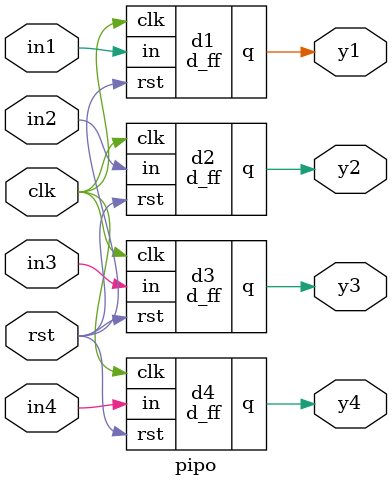
<source format=v>
module d_ff(
    input in,
    input clk,
    input rst,
    output reg q
    ); 
     
    always@(posedge clk, posedge rst)
    begin
        if(rst)
            q<= 0;
        else 
            q <=in;
        end
endmodule


module pipo(
    input in1,in2,in3,in4,clk,rst,
    output y1,y2,y3,y4
    );
    
    d_ff d1(in1,clk,rst,y1);
    d_ff d2(in2,clk,rst,y2);
    d_ff d3(in3,clk,rst,y3);
    d_ff d4(in4,clk,rst,y4);
    
endmodule
</source>
